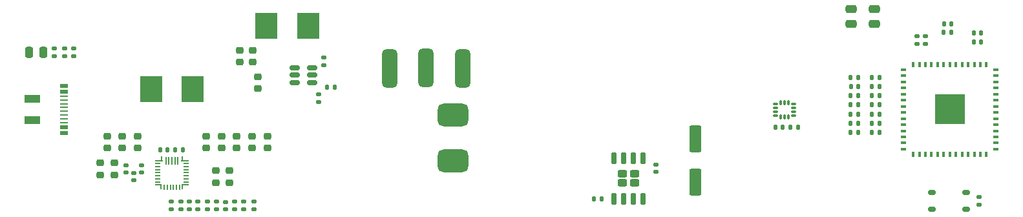
<source format=gbr>
%TF.GenerationSoftware,KiCad,Pcbnew,(7.0.0)*%
%TF.CreationDate,2023-05-08T11:18:25-04:00*%
%TF.ProjectId,AutoTiller,4175746f-5469-46c6-9c65-722e6b696361,rev?*%
%TF.SameCoordinates,Original*%
%TF.FileFunction,Paste,Top*%
%TF.FilePolarity,Positive*%
%FSLAX46Y46*%
G04 Gerber Fmt 4.6, Leading zero omitted, Abs format (unit mm)*
G04 Created by KiCad (PCBNEW (7.0.0)) date 2023-05-08 11:18:25*
%MOMM*%
%LPD*%
G01*
G04 APERTURE LIST*
G04 Aperture macros list*
%AMRoundRect*
0 Rectangle with rounded corners*
0 $1 Rounding radius*
0 $2 $3 $4 $5 $6 $7 $8 $9 X,Y pos of 4 corners*
0 Add a 4 corners polygon primitive as box body*
4,1,4,$2,$3,$4,$5,$6,$7,$8,$9,$2,$3,0*
0 Add four circle primitives for the rounded corners*
1,1,$1+$1,$2,$3*
1,1,$1+$1,$4,$5*
1,1,$1+$1,$6,$7*
1,1,$1+$1,$8,$9*
0 Add four rect primitives between the rounded corners*
20,1,$1+$1,$2,$3,$4,$5,0*
20,1,$1+$1,$4,$5,$6,$7,0*
20,1,$1+$1,$6,$7,$8,$9,0*
20,1,$1+$1,$8,$9,$2,$3,0*%
G04 Aperture macros list end*
%ADD10RoundRect,0.225000X-0.250000X0.225000X-0.250000X-0.225000X0.250000X-0.225000X0.250000X0.225000X0*%
%ADD11RoundRect,0.140000X0.140000X0.170000X-0.140000X0.170000X-0.140000X-0.170000X0.140000X-0.170000X0*%
%ADD12RoundRect,0.135000X-0.185000X0.135000X-0.185000X-0.135000X0.185000X-0.135000X0.185000X0.135000X0*%
%ADD13RoundRect,0.087500X-0.225000X-0.087500X0.225000X-0.087500X0.225000X0.087500X-0.225000X0.087500X0*%
%ADD14RoundRect,0.087500X-0.087500X-0.225000X0.087500X-0.225000X0.087500X0.225000X-0.087500X0.225000X0*%
%ADD15RoundRect,0.135000X0.135000X0.185000X-0.135000X0.185000X-0.135000X-0.185000X0.135000X-0.185000X0*%
%ADD16RoundRect,0.750000X-1.250000X0.750000X-1.250000X-0.750000X1.250000X-0.750000X1.250000X0.750000X0*%
%ADD17RoundRect,0.135000X-0.135000X-0.185000X0.135000X-0.185000X0.135000X0.185000X-0.135000X0.185000X0*%
%ADD18RoundRect,0.135000X0.185000X-0.135000X0.185000X0.135000X-0.185000X0.135000X-0.185000X-0.135000X0*%
%ADD19RoundRect,0.140000X-0.140000X-0.170000X0.140000X-0.170000X0.140000X0.170000X-0.140000X0.170000X0*%
%ADD20RoundRect,0.225000X0.250000X-0.225000X0.250000X0.225000X-0.250000X0.225000X-0.250000X-0.225000X0*%
%ADD21RoundRect,0.140000X0.170000X-0.140000X0.170000X0.140000X-0.170000X0.140000X-0.170000X-0.140000X0*%
%ADD22RoundRect,0.140000X-0.170000X0.140000X-0.170000X-0.140000X0.170000X-0.140000X0.170000X0.140000X0*%
%ADD23RoundRect,0.242500X0.382500X-0.242500X0.382500X0.242500X-0.382500X0.242500X-0.382500X-0.242500X0*%
%ADD24RoundRect,0.150000X0.150000X-0.650000X0.150000X0.650000X-0.150000X0.650000X-0.150000X-0.650000X0*%
%ADD25RoundRect,0.250000X-0.250000X-0.475000X0.250000X-0.475000X0.250000X0.475000X-0.250000X0.475000X0*%
%ADD26RoundRect,0.500000X-0.500000X-2.000000X0.500000X-2.000000X0.500000X2.000000X-0.500000X2.000000X0*%
%ADD27RoundRect,0.175000X0.325000X0.175000X-0.325000X0.175000X-0.325000X-0.175000X0.325000X-0.175000X0*%
%ADD28R,0.400000X0.800000*%
%ADD29R,0.800000X0.400000*%
%ADD30R,4.000000X4.000000*%
%ADD31R,2.950000X3.500000*%
%ADD32RoundRect,0.150000X-0.512500X-0.150000X0.512500X-0.150000X0.512500X0.150000X-0.512500X0.150000X0*%
%ADD33RoundRect,0.250000X-0.475000X0.250000X-0.475000X-0.250000X0.475000X-0.250000X0.475000X0.250000X0*%
%ADD34RoundRect,0.050000X-0.425000X-0.050000X0.425000X-0.050000X0.425000X0.050000X-0.425000X0.050000X0*%
%ADD35RoundRect,0.050000X-0.050000X-0.300000X0.050000X-0.300000X0.050000X0.300000X-0.050000X0.300000X0*%
%ADD36RoundRect,0.050000X-0.250000X-0.050000X0.250000X-0.050000X0.250000X0.050000X-0.250000X0.050000X0*%
%ADD37RoundRect,0.050000X-0.400000X-0.050000X0.400000X-0.050000X0.400000X0.050000X-0.400000X0.050000X0*%
%ADD38RoundRect,0.050000X-0.050000X-0.250000X0.050000X-0.250000X0.050000X0.250000X-0.050000X0.250000X0*%
%ADD39RoundRect,0.050000X0.050000X-0.300000X0.050000X0.300000X-0.050000X0.300000X-0.050000X-0.300000X0*%
%ADD40RoundRect,0.050000X-0.300000X-0.050000X0.300000X-0.050000X0.300000X0.050000X-0.300000X0.050000X0*%
%ADD41RoundRect,0.050000X-0.275000X-0.050000X0.275000X-0.050000X0.275000X0.050000X-0.275000X0.050000X0*%
%ADD42RoundRect,0.050000X-0.290000X-0.050000X0.290000X-0.050000X0.290000X0.050000X-0.290000X0.050000X0*%
%ADD43RoundRect,0.050000X-0.050000X-0.450000X0.050000X-0.450000X0.050000X0.450000X-0.050000X0.450000X0*%
%ADD44RoundRect,0.250000X0.550000X-1.500000X0.550000X1.500000X-0.550000X1.500000X-0.550000X-1.500000X0*%
%ADD45R,2.000000X1.000000*%
%ADD46R,1.000000X0.520000*%
%ADD47R,1.000000X0.270000*%
G04 APERTURE END LIST*
D10*
%TO.C,C13*%
X120800000Y-108225000D03*
X120800000Y-109775000D03*
%TD*%
D11*
%TO.C,C20*%
X200080000Y-115400000D03*
X199120000Y-115400000D03*
%TD*%
D12*
%TO.C,R22*%
X118400000Y-128090000D03*
X118400000Y-129110000D03*
%TD*%
D13*
%TO.C,LSM6DSMTR1*%
X189287500Y-115312500D03*
X189287500Y-115812500D03*
X189287500Y-116312500D03*
X189287500Y-116812500D03*
D14*
X189950000Y-116975000D03*
X190450000Y-116975000D03*
X190950000Y-116975000D03*
D13*
X191612500Y-116812500D03*
X191612500Y-116312500D03*
X191612500Y-115812500D03*
X191612500Y-115312500D03*
D14*
X190950000Y-115150000D03*
X190450000Y-115150000D03*
X189950000Y-115150000D03*
%TD*%
D15*
%TO.C,R24*%
X202900000Y-111800000D03*
X201880000Y-111800000D03*
%TD*%
D11*
%TO.C,C16*%
X200070000Y-119000000D03*
X199110000Y-119000000D03*
%TD*%
D15*
%TO.C,R10*%
X202910000Y-119000000D03*
X201890000Y-119000000D03*
%TD*%
D16*
%TO.C,BT1*%
X147000000Y-116700000D03*
X147000000Y-122700000D03*
%TD*%
D15*
%TO.C,R25*%
X200100000Y-111800000D03*
X199080000Y-111800000D03*
%TD*%
D17*
%TO.C,R2*%
X165490000Y-127700000D03*
X166510000Y-127700000D03*
%TD*%
D18*
%TO.C,R17*%
X113600000Y-129110000D03*
X113600000Y-128090000D03*
%TD*%
D19*
%TO.C,C7*%
X215220000Y-107200000D03*
X216180000Y-107200000D03*
%TD*%
D20*
%TO.C,C29*%
X114675000Y-121075000D03*
X114675000Y-119525000D03*
%TD*%
D21*
%TO.C,C37*%
X105175000Y-125280000D03*
X105175000Y-124320000D03*
%TD*%
D22*
%TO.C,C23*%
X106175000Y-123320000D03*
X106175000Y-124280000D03*
%TD*%
D15*
%TO.C,R12*%
X202910000Y-117800000D03*
X201890000Y-117800000D03*
%TD*%
D11*
%TO.C,C17*%
X200080000Y-114200000D03*
X199120000Y-114200000D03*
%TD*%
D10*
%TO.C,C25*%
X100812500Y-123025000D03*
X100812500Y-124575000D03*
%TD*%
D23*
%TO.C,DRV8251ADDAR1*%
X169225000Y-125655000D03*
X170775000Y-125655000D03*
X169225000Y-124455000D03*
X170775000Y-124455000D03*
D24*
X168095000Y-127705000D03*
X169365000Y-127705000D03*
X170635000Y-127705000D03*
X171905000Y-127705000D03*
X171905000Y-122405000D03*
X170635000Y-122405000D03*
X169365000Y-122405000D03*
X168095000Y-122405000D03*
%TD*%
D11*
%TO.C,C15*%
X200090000Y-113000000D03*
X199130000Y-113000000D03*
%TD*%
D21*
%TO.C,C10*%
X130100000Y-110180000D03*
X130100000Y-109220000D03*
%TD*%
D15*
%TO.C,R13*%
X202910000Y-116600000D03*
X201890000Y-116600000D03*
%TD*%
D25*
%TO.C,D3*%
X91450000Y-108500000D03*
X93350000Y-108500000D03*
%TD*%
D20*
%TO.C,C30*%
X118675000Y-121075000D03*
X118675000Y-119525000D03*
%TD*%
D15*
%TO.C,R9*%
X202920000Y-113000000D03*
X201900000Y-113000000D03*
%TD*%
D18*
%TO.C,R21*%
X97300000Y-109010000D03*
X97300000Y-107990000D03*
%TD*%
D26*
%TO.C,SW1*%
X138700000Y-110612500D03*
X143450000Y-110562500D03*
X148300000Y-110612500D03*
%TD*%
D10*
%TO.C,C26*%
X102675000Y-123025000D03*
X102675000Y-124575000D03*
%TD*%
D27*
%TO.C,SW8*%
X214250000Y-129075000D03*
X209750000Y-129075000D03*
X214250000Y-126925000D03*
X209750000Y-126925000D03*
%TD*%
D12*
%TO.C,R15*%
X114800000Y-128090000D03*
X114800000Y-129110000D03*
%TD*%
D28*
%TO.C,IC1*%
X216899999Y-110099999D03*
X216099999Y-110099999D03*
X215299999Y-110099999D03*
X214499999Y-110099999D03*
X213699999Y-110099999D03*
X212899999Y-110099999D03*
X212099999Y-110099999D03*
X211299999Y-110099999D03*
X210499999Y-110099999D03*
X209699999Y-110099999D03*
X208899999Y-110099999D03*
X208099999Y-110099999D03*
X207299999Y-110099999D03*
D29*
X206049999Y-110799999D03*
X206049999Y-111599999D03*
X206049999Y-112399999D03*
X206049999Y-113199999D03*
X206049999Y-113999999D03*
X206049999Y-114799999D03*
X206049999Y-115599999D03*
X206049999Y-116399999D03*
X206049999Y-117199999D03*
X206049999Y-117999999D03*
X206049999Y-118799999D03*
X206049999Y-119599999D03*
X206049999Y-120399999D03*
X206049999Y-121199999D03*
D28*
X207299999Y-121899999D03*
X208099999Y-121899999D03*
X208899999Y-121899999D03*
X209699999Y-121899999D03*
X210499999Y-121899999D03*
X211299999Y-121899999D03*
X212099999Y-121899999D03*
X212899999Y-121899999D03*
X213699999Y-121899999D03*
X214499999Y-121899999D03*
X215299999Y-121899999D03*
X216099999Y-121899999D03*
X216899999Y-121899999D03*
D29*
X218149999Y-121199999D03*
X218149999Y-120399999D03*
X218149999Y-119599999D03*
X218149999Y-118799999D03*
X218149999Y-117999999D03*
X218149999Y-117199999D03*
X218149999Y-116399999D03*
X218149999Y-115599999D03*
X218149999Y-114799999D03*
X218149999Y-113999999D03*
X218149999Y-113199999D03*
X218149999Y-112399999D03*
X218149999Y-111599999D03*
X218149999Y-110799999D03*
D30*
X212099999Y-115999999D03*
%TD*%
D31*
%TO.C,L3*%
X112899999Y-113299999D03*
X107449999Y-113299999D03*
%TD*%
D22*
%TO.C,C38*%
X215900000Y-127520000D03*
X215900000Y-128480000D03*
%TD*%
D12*
%TO.C,R6*%
X207800000Y-106390000D03*
X207800000Y-107410000D03*
%TD*%
D32*
%TO.C,U3*%
X126287500Y-110550000D03*
X126287500Y-111500000D03*
X126287500Y-112450000D03*
X128562500Y-112450000D03*
X128562500Y-111500000D03*
X128562500Y-110550000D03*
%TD*%
D11*
%TO.C,C27*%
X111580000Y-121300000D03*
X110620000Y-121300000D03*
%TD*%
D20*
%TO.C,C31*%
X120675000Y-121075000D03*
X120675000Y-119525000D03*
%TD*%
%TO.C,C41*%
X105675000Y-121075000D03*
X105675000Y-119525000D03*
%TD*%
%TO.C,C42*%
X103675000Y-121075000D03*
X103675000Y-119525000D03*
%TD*%
D22*
%TO.C,C24*%
X104175000Y-123320000D03*
X104175000Y-124280000D03*
%TD*%
D15*
%TO.C,R14*%
X202910000Y-115400000D03*
X201890000Y-115400000D03*
%TD*%
D12*
%TO.C,R8*%
X129425000Y-113990000D03*
X129425000Y-115010000D03*
%TD*%
D11*
%TO.C,C21*%
X192180000Y-118300000D03*
X191220000Y-118300000D03*
%TD*%
D18*
%TO.C,R27*%
X110100000Y-129110000D03*
X110100000Y-128090000D03*
%TD*%
%TO.C,R28*%
X120900000Y-129110000D03*
X120900000Y-128090000D03*
%TD*%
D19*
%TO.C,C22*%
X189220000Y-118300000D03*
X190180000Y-118300000D03*
%TD*%
D12*
%TO.C,R18*%
X111325000Y-128080000D03*
X111325000Y-129100000D03*
%TD*%
D15*
%TO.C,R7*%
X131510000Y-113100000D03*
X130490000Y-113100000D03*
%TD*%
D10*
%TO.C,C36*%
X115925000Y-124025000D03*
X115925000Y-125575000D03*
%TD*%
%TO.C,C35*%
X117675000Y-124025000D03*
X117675000Y-125575000D03*
%TD*%
%TO.C,C12*%
X119100000Y-108225000D03*
X119100000Y-109775000D03*
%TD*%
D22*
%TO.C,C5*%
X173600000Y-123220000D03*
X173600000Y-124180000D03*
%TD*%
D12*
%TO.C,R5*%
X208900000Y-106400000D03*
X208900000Y-107420000D03*
%TD*%
D33*
%TO.C,D2*%
X199190000Y-102850000D03*
X199190000Y-104750000D03*
%TD*%
D19*
%TO.C,C8*%
X215220000Y-106000000D03*
X216180000Y-106000000D03*
%TD*%
D12*
%TO.C,R16*%
X116000000Y-128090000D03*
X116000000Y-129110000D03*
%TD*%
D20*
%TO.C,C28*%
X116675000Y-121075000D03*
X116675000Y-119525000D03*
%TD*%
D31*
%TO.C,L2*%
X128024999Y-104999999D03*
X122574999Y-104999999D03*
%TD*%
D20*
%TO.C,C11*%
X121425000Y-113275000D03*
X121425000Y-111725000D03*
%TD*%
D18*
%TO.C,R26*%
X94800000Y-109010000D03*
X94800000Y-107990000D03*
%TD*%
D15*
%TO.C,R11*%
X202910000Y-114200000D03*
X201890000Y-114200000D03*
%TD*%
D20*
%TO.C,C43*%
X101675000Y-121075000D03*
X101675000Y-119525000D03*
%TD*%
D22*
%TO.C,C39*%
X117200000Y-128120000D03*
X117200000Y-129080000D03*
%TD*%
D19*
%TO.C,C40*%
X108640000Y-121300000D03*
X109600000Y-121300000D03*
%TD*%
D12*
%TO.C,R19*%
X112500000Y-128090000D03*
X112500000Y-129110000D03*
%TD*%
D11*
%TO.C,C18*%
X200080000Y-117800000D03*
X199120000Y-117800000D03*
%TD*%
D34*
%TO.C,BQ25792RQMR1*%
X108450000Y-122700000D03*
D35*
X108825000Y-122450000D03*
D36*
X108275000Y-123100000D03*
X108275000Y-123500000D03*
X108275000Y-123900000D03*
X108275000Y-124300000D03*
X108275000Y-124700000D03*
X108275000Y-125100000D03*
X108275000Y-125500000D03*
D37*
X108425000Y-125900000D03*
D35*
X108775000Y-126150000D03*
D38*
X109175000Y-126200000D03*
X109575000Y-126200000D03*
X109975000Y-126200000D03*
X110375000Y-126200000D03*
X110775000Y-126200000D03*
X111175000Y-126200000D03*
D39*
X111575000Y-126150000D03*
D37*
X111925000Y-125900000D03*
D40*
X112025000Y-125500000D03*
D41*
X112050000Y-125100000D03*
D42*
X112037500Y-124700000D03*
D36*
X112075000Y-124300000D03*
X112075000Y-123900000D03*
X112075000Y-123500000D03*
X112075000Y-123100000D03*
D35*
X111525000Y-122450000D03*
D34*
X111900000Y-122700000D03*
D43*
X110975000Y-122700000D03*
X110575000Y-122700000D03*
X110175000Y-122700000D03*
X109775000Y-122700000D03*
X109375000Y-122700000D03*
%TD*%
D33*
%TO.C,D1*%
X202200000Y-102850000D03*
X202200000Y-104750000D03*
%TD*%
D11*
%TO.C,C19*%
X200080000Y-116600000D03*
X199120000Y-116600000D03*
%TD*%
D20*
%TO.C,C32*%
X122675000Y-121075000D03*
X122675000Y-119525000D03*
%TD*%
D18*
%TO.C,R20*%
X96100000Y-109020000D03*
X96100000Y-108000000D03*
%TD*%
D15*
%TO.C,R4*%
X212310000Y-105900000D03*
X211290000Y-105900000D03*
%TD*%
D19*
%TO.C,C9*%
X211320000Y-104800000D03*
X212280000Y-104800000D03*
%TD*%
D12*
%TO.C,R23*%
X119600000Y-128090000D03*
X119600000Y-129110000D03*
%TD*%
D44*
%TO.C,C6*%
X178800000Y-125500000D03*
X178800000Y-119900000D03*
%TD*%
D45*
%TO.C,J1*%
X91849999Y-114599999D03*
X91849999Y-117399999D03*
D46*
X96049999Y-112899999D03*
X96049999Y-113649999D03*
D47*
X96049999Y-114249999D03*
X96049999Y-115749999D03*
X96049999Y-116749999D03*
X96049999Y-117749999D03*
D46*
X96049999Y-118349999D03*
X96049999Y-119099999D03*
X96049999Y-119099999D03*
X96049999Y-118349999D03*
D47*
X96049999Y-117249999D03*
X96049999Y-116249999D03*
X96049999Y-115249999D03*
X96049999Y-114749999D03*
D46*
X96049999Y-113649999D03*
X96049999Y-112899999D03*
%TD*%
M02*

</source>
